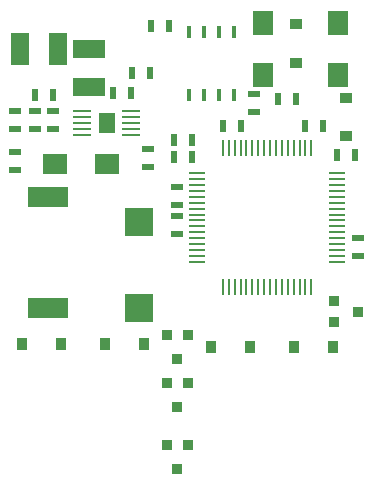
<source format=gtp>
%TF.GenerationSoftware,KiCad,Pcbnew,5.0.2*%
%TF.CreationDate,2020-05-26T14:16:45+02:00*%
%TF.ProjectId,cowdin-2-shutter,636f7764-696e-42d3-922d-736875747465,0.1*%
%TF.SameCoordinates,Original*%
%TF.FileFunction,Paste,Top*%
%TF.FilePolarity,Positive*%
%FSLAX46Y46*%
G04 Gerber Fmt 4.6, Leading zero omitted, Abs format (unit mm)*
G04 Created by KiCad (PCBNEW 5.0.2) date mar. 26 mai 2020 14:16:45 CEST*
%MOMM*%
%LPD*%
G01*
G04 APERTURE LIST*
%ADD10R,0.810000X1.120000*%
%ADD11R,1.500000X2.800000*%
%ADD12R,2.400000X2.400000*%
%ADD13R,3.460000X1.680000*%
%ADD14R,2.000000X1.700000*%
%ADD15R,1.370000X1.680000*%
%ADD16R,1.500000X0.200000*%
%ADD17R,1.043000X0.535000*%
%ADD18R,0.535000X1.043000*%
%ADD19R,2.800000X1.500000*%
%ADD20R,0.200000X1.424000*%
%ADD21R,1.424000X0.200000*%
%ADD22R,0.408000X1.043000*%
%ADD23R,0.814400X0.814400*%
%ADD24R,1.120000X0.810000*%
%ADD25R,1.700000X2.000000*%
G04 APERTURE END LIST*
D10*
%TO.C,D2*%
X142365000Y-103750000D03*
X145635000Y-103750000D03*
%TD*%
%TO.C,D1*%
X138635000Y-103750000D03*
X135365000Y-103750000D03*
%TD*%
D11*
%TO.C,C10*%
X135150000Y-78750000D03*
X138350000Y-78750000D03*
%TD*%
D12*
%TO.C,C16*%
X145250000Y-93350000D03*
X145250000Y-100650000D03*
%TD*%
D13*
%TO.C,L11*%
X137500000Y-100700000D03*
X137500000Y-91300000D03*
%TD*%
D14*
%TO.C,D12*%
X138100000Y-88500000D03*
X142500000Y-88500000D03*
%TD*%
D15*
%TO.C,U3*%
X142500000Y-85000000D03*
D16*
X140400000Y-86000000D03*
X140400000Y-85500000D03*
X140400000Y-85000000D03*
X140400000Y-84500000D03*
X140400000Y-84000000D03*
X144600000Y-84000000D03*
X144600000Y-84500000D03*
X144600000Y-85000000D03*
X144600000Y-85500000D03*
X144600000Y-86000000D03*
%TD*%
D17*
%TO.C,C13*%
X146000000Y-88762000D03*
X146000000Y-87238000D03*
%TD*%
D18*
%TO.C,C12*%
X144648000Y-80780000D03*
X146172000Y-80780000D03*
%TD*%
%TO.C,R14*%
X143078000Y-82500000D03*
X144602000Y-82500000D03*
%TD*%
%TO.C,R15*%
X136438000Y-82630000D03*
X137962000Y-82630000D03*
%TD*%
D17*
%TO.C,C14*%
X138000000Y-85502000D03*
X138000000Y-83978000D03*
%TD*%
%TO.C,C15*%
X136400000Y-85502000D03*
X136400000Y-83978000D03*
%TD*%
%TO.C,R17*%
X134750000Y-83988000D03*
X134750000Y-85512000D03*
%TD*%
%TO.C,R16*%
X134750000Y-87448000D03*
X134750000Y-88972000D03*
%TD*%
D19*
%TO.C,C11*%
X141000000Y-78750000D03*
X141000000Y-81950000D03*
%TD*%
D20*
%TO.C,U1*%
X152340000Y-98912000D03*
X152840000Y-98912000D03*
X153340000Y-98912000D03*
X153840000Y-98912000D03*
X154340000Y-98912000D03*
X154840000Y-98912000D03*
X155340000Y-98912000D03*
X155840000Y-98912000D03*
X156340000Y-98912000D03*
X156840000Y-98912000D03*
X157340000Y-98912000D03*
X157840000Y-98912000D03*
X158340000Y-98912000D03*
X158840000Y-98912000D03*
X159340000Y-98912000D03*
X159840000Y-98912000D03*
D21*
X162002000Y-96750000D03*
X162002000Y-96250000D03*
X162002000Y-95750000D03*
X162002000Y-95250000D03*
X162002000Y-94750000D03*
X162002000Y-94250000D03*
X162002000Y-93750000D03*
X162002000Y-93250000D03*
D20*
X159840000Y-87088000D03*
X159340000Y-87088000D03*
X158840000Y-87088000D03*
X158340000Y-87088000D03*
X157840000Y-87088000D03*
X157340000Y-87088000D03*
X156840000Y-87088000D03*
X156340000Y-87088000D03*
X155840000Y-87088000D03*
X155340000Y-87088000D03*
X154840000Y-87088000D03*
X154340000Y-87088000D03*
D21*
X150178000Y-89250000D03*
X150178000Y-89750000D03*
X150178000Y-90250000D03*
X150178000Y-90750000D03*
X150178000Y-91250000D03*
X150178000Y-91750000D03*
X150178000Y-92250000D03*
X150178000Y-92750000D03*
X150178000Y-93250000D03*
X150178000Y-93750000D03*
X150178000Y-94250000D03*
X150178000Y-94750000D03*
X162002000Y-92750000D03*
X162002000Y-92250000D03*
X162002000Y-91750000D03*
X162002000Y-91250000D03*
X162002000Y-90750000D03*
X162002000Y-90250000D03*
X162002000Y-89750000D03*
X162002000Y-89250000D03*
D20*
X153840000Y-87088000D03*
X153340000Y-87088000D03*
X152840000Y-87088000D03*
X152340000Y-87088000D03*
D21*
X150178000Y-95250000D03*
X150178000Y-95750000D03*
X150178000Y-96250000D03*
X150178000Y-96750000D03*
%TD*%
D22*
%TO.C,U2*%
X149475000Y-77333000D03*
X149475000Y-82667000D03*
X150745000Y-77333000D03*
X152015000Y-77333000D03*
X153285000Y-77333000D03*
X150745000Y-82667000D03*
X152015000Y-82667000D03*
X153285000Y-82667000D03*
%TD*%
D18*
%TO.C,R10*%
X147762000Y-76750000D03*
X146238000Y-76750000D03*
%TD*%
D17*
%TO.C,C8*%
X148500000Y-92908000D03*
X148500000Y-94432000D03*
%TD*%
%TO.C,C9*%
X148500000Y-91932000D03*
X148500000Y-90408000D03*
%TD*%
D18*
%TO.C,C7*%
X152338000Y-85250000D03*
X153862000Y-85250000D03*
%TD*%
%TO.C,C1*%
X148238000Y-87900000D03*
X149762000Y-87900000D03*
%TD*%
%TO.C,R1*%
X149762000Y-86400000D03*
X148238000Y-86400000D03*
%TD*%
%TO.C,C6*%
X159338000Y-85250000D03*
X160862000Y-85250000D03*
%TD*%
D17*
%TO.C,C2*%
X155000000Y-82578000D03*
X155000000Y-84102000D03*
%TD*%
%TO.C,C5*%
X163750000Y-94738000D03*
X163750000Y-96262000D03*
%TD*%
D23*
%TO.C,Q1*%
X148500000Y-114266000D03*
X149389000Y-112234000D03*
X147611000Y-112234000D03*
%TD*%
%TO.C,Q2*%
X147611000Y-106984000D03*
X149389000Y-106984000D03*
X148500000Y-109016000D03*
%TD*%
D10*
%TO.C,D3*%
X151365000Y-104000000D03*
X154635000Y-104000000D03*
%TD*%
%TO.C,D4*%
X161635000Y-104000000D03*
X158365000Y-104000000D03*
%TD*%
D23*
%TO.C,Q3*%
X148500000Y-105016000D03*
X149389000Y-102984000D03*
X147611000Y-102984000D03*
%TD*%
%TO.C,Q4*%
X161734000Y-101889000D03*
X161734000Y-100111000D03*
X163766000Y-101000000D03*
%TD*%
D24*
%TO.C,D5*%
X158500000Y-79885000D03*
X158500000Y-76615000D03*
%TD*%
D25*
%TO.C,D6*%
X155750000Y-76550000D03*
X155750000Y-80950000D03*
%TD*%
D24*
%TO.C,D7*%
X162750000Y-82865000D03*
X162750000Y-86135000D03*
%TD*%
D25*
%TO.C,D8*%
X162100000Y-80950000D03*
X162100000Y-76550000D03*
%TD*%
D18*
%TO.C,C3*%
X158512000Y-82990000D03*
X156988000Y-82990000D03*
%TD*%
%TO.C,C4*%
X161988000Y-87750000D03*
X163512000Y-87750000D03*
%TD*%
M02*

</source>
